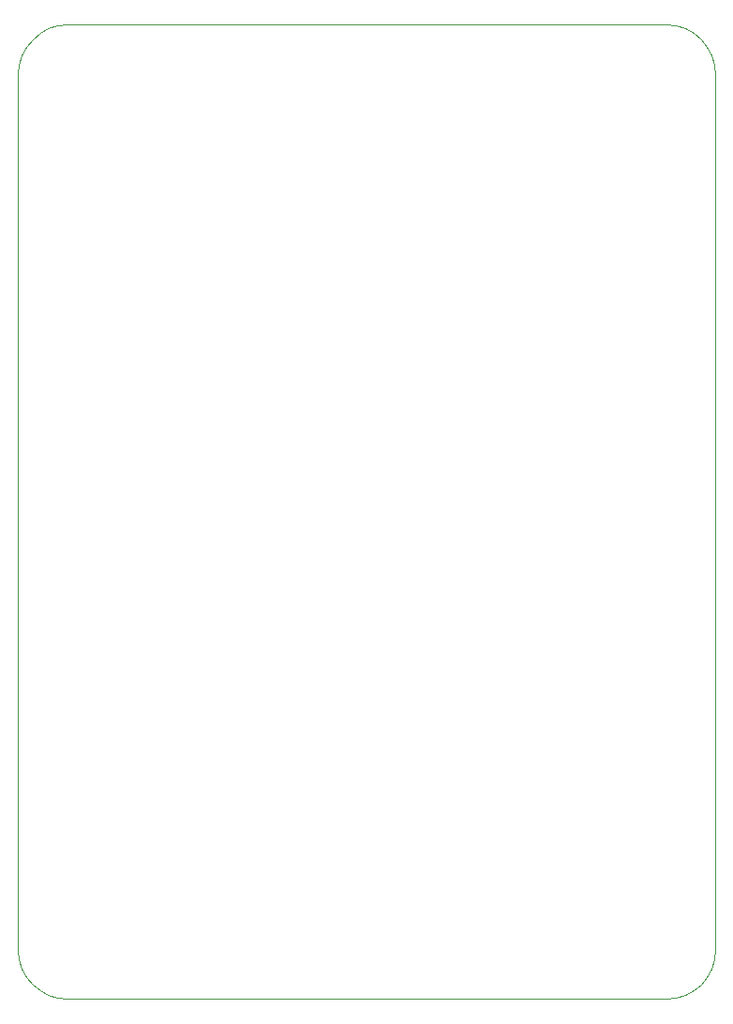
<source format=gbr>
G04 #@! TF.GenerationSoftware,KiCad,Pcbnew,(5.0.0)*
G04 #@! TF.CreationDate,2018-10-16T14:20:07+10:30*
G04 #@! TF.ProjectId,Paragon,50617261676F6E2E6B696361645F7063,rev?*
G04 #@! TF.SameCoordinates,Original*
G04 #@! TF.FileFunction,Profile,NP*
%FSLAX46Y46*%
G04 Gerber Fmt 4.6, Leading zero omitted, Abs format (unit mm)*
G04 Created by KiCad (PCBNEW (5.0.0)) date 10/16/18 14:20:07*
%MOMM*%
%LPD*%
G01*
G04 APERTURE LIST*
%ADD10C,0.100000*%
G04 APERTURE END LIST*
D10*
X107679176Y-134444370D02*
X107418991Y-133603689D01*
X110901965Y-137082537D02*
X110060287Y-136822661D01*
X169949145Y-134444370D02*
X169537185Y-135204326D01*
X166726358Y-137082537D02*
X165821598Y-137173100D01*
X108091137Y-135204326D02*
X107679176Y-134444370D01*
X165821598Y-137173100D02*
X111806725Y-137173100D01*
X110060287Y-49551846D02*
X110901965Y-49291964D01*
X110901965Y-49291964D02*
X111806725Y-49201400D01*
X107328321Y-132700000D02*
X107328321Y-53674570D01*
X108637135Y-135865837D02*
X108091137Y-135204326D01*
X109299431Y-136411188D02*
X108637135Y-135865837D01*
X168328891Y-136411188D02*
X167568035Y-136822661D01*
X111806725Y-137173100D02*
X110901965Y-137082537D01*
X107418991Y-52770869D02*
X107679176Y-51930176D01*
X108637135Y-50508686D02*
X109299431Y-49963326D01*
X169537185Y-135204326D02*
X168991187Y-135865837D01*
X108091137Y-51170209D02*
X108637135Y-50508686D01*
X167568035Y-136822661D02*
X166726358Y-137082537D01*
X107679176Y-51930176D02*
X108091137Y-51170209D01*
X107328321Y-53674570D02*
X107418991Y-52770869D01*
X168991187Y-135865837D02*
X168328891Y-136411188D01*
X111806725Y-49201400D02*
X111806725Y-49201400D01*
X110060287Y-136822661D02*
X109299431Y-136411188D01*
X109299431Y-49963326D02*
X110060287Y-49551846D01*
X107418991Y-133603689D02*
X107328321Y-132700000D01*
X170209330Y-52770869D02*
X170300000Y-53674570D01*
X169537185Y-51170209D02*
X169949145Y-51930176D01*
X169949145Y-51930176D02*
X170209330Y-52770869D01*
X168991187Y-50508686D02*
X169537185Y-51170209D01*
X168328891Y-49963326D02*
X168991187Y-50508686D01*
X167568035Y-49551846D02*
X168328891Y-49963326D01*
X165821598Y-49201400D02*
X166726358Y-49291964D01*
X166726358Y-49291964D02*
X167568035Y-49551846D01*
X111806725Y-49201400D02*
X165821598Y-49201400D01*
X170300000Y-53674570D02*
X170300000Y-132700000D01*
X170209330Y-133603689D02*
X169949145Y-134444370D01*
X170300000Y-132700000D02*
X170209330Y-133603689D01*
M02*

</source>
